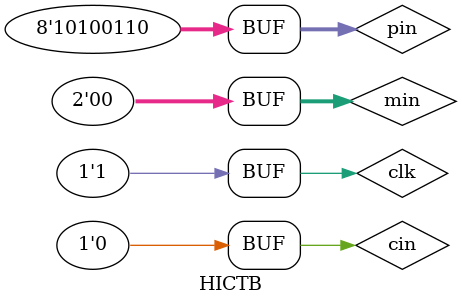
<source format=v>
`timescale 1ns/1ns

module HICTB();
  reg cin, clk;
  reg [1:0] min;
  reg [7:0] pin;
  wire cout;
  wire [1:0] mout;
  wire [7:0] fout;
  HIC hic1 (fout, cout, mout, cin, clk, pin, min);
  initial begin
      clk = 1;
      pin = 8'b10100110; 
      cin = 0; 
      min = 2'b11;
      repeat(5)
        clk = ~clk; #200;
      cin = 1;
      min = 2'b01;
      repeat(5)
        clk = ~clk; #200;
      min = 2'b10;
      repeat(5)
        clk = ~clk; #200;
      cin = 0;
      min = 2'b00;
      repeat(5)begin
        clk = ~clk; #200;
      end
  end
endmodule
</source>
